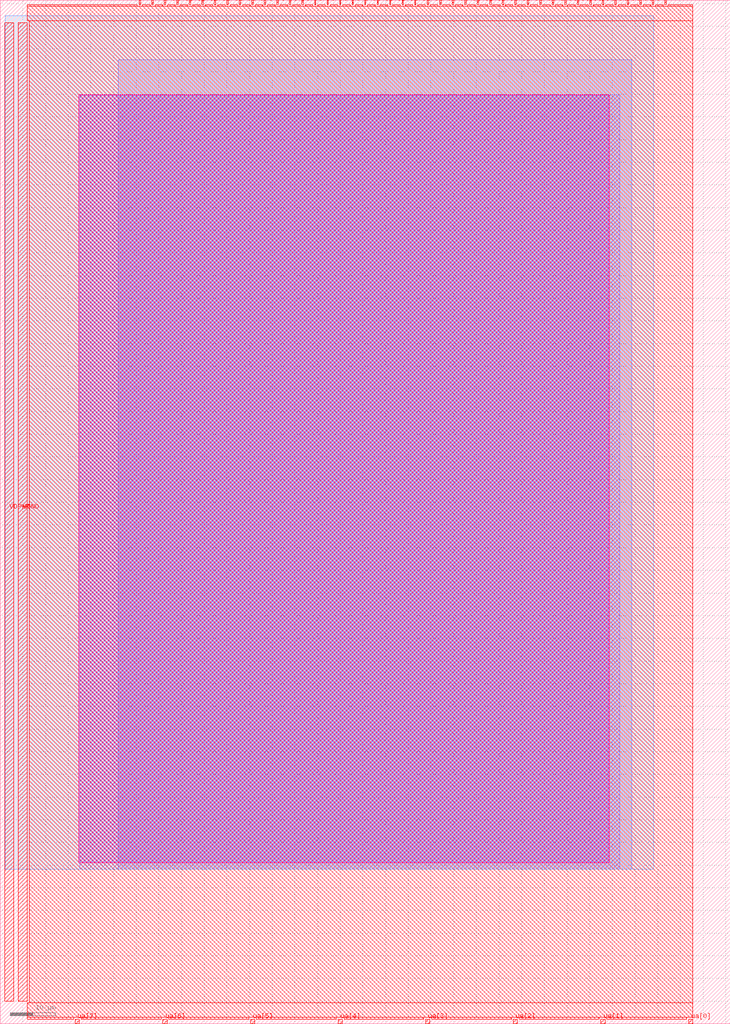
<source format=lef>
VERSION 5.7 ;
  NOWIREEXTENSIONATPIN ON ;
  DIVIDERCHAR "/" ;
  BUSBITCHARS "[]" ;
MACRO tt_um_eestevez3_SAR_ADC
  CLASS BLOCK ;
  FOREIGN tt_um_eestevez3_SAR_ADC ;
  ORIGIN 0.000 0.000 ;
  SIZE 161.000 BY 225.760 ;
  PIN clk
    DIRECTION INPUT ;
    USE SIGNAL ;
    ANTENNAGATEAREA 0.450000 ;
    PORT
      LAYER met4 ;
        RECT 143.830 224.760 144.130 225.760 ;
    END
  END clk
  PIN ena
    DIRECTION INPUT ;
    USE SIGNAL ;
    PORT
      LAYER met4 ;
        RECT 146.590 224.760 146.890 225.760 ;
    END
  END ena
  PIN rst_n
    DIRECTION INPUT ;
    USE SIGNAL ;
    ANTENNAGATEAREA 0.213000 ;
    PORT
      LAYER met4 ;
        RECT 141.070 224.760 141.370 225.760 ;
    END
  END rst_n
  PIN ua[0]
    DIRECTION INOUT ;
    USE SIGNAL ;
    ANTENNADIFFAREA 0.910000 ;
    PORT
      LAYER met4 ;
        RECT 151.810 0.000 152.710 1.000 ;
    END
  END ua[0]
  PIN ua[1]
    DIRECTION INOUT ;
    USE SIGNAL ;
    PORT
      LAYER met4 ;
        RECT 132.490 0.000 133.390 1.000 ;
    END
  END ua[1]
  PIN ua[2]
    DIRECTION INOUT ;
    USE SIGNAL ;
    PORT
      LAYER met4 ;
        RECT 113.170 0.000 114.070 1.000 ;
    END
  END ua[2]
  PIN ua[3]
    DIRECTION INOUT ;
    USE SIGNAL ;
    PORT
      LAYER met4 ;
        RECT 93.850 0.000 94.750 1.000 ;
    END
  END ua[3]
  PIN ua[4]
    DIRECTION INOUT ;
    USE SIGNAL ;
    PORT
      LAYER met4 ;
        RECT 74.530 0.000 75.430 1.000 ;
    END
  END ua[4]
  PIN ua[5]
    DIRECTION INOUT ;
    USE SIGNAL ;
    PORT
      LAYER met4 ;
        RECT 55.210 0.000 56.110 1.000 ;
    END
  END ua[5]
  PIN ua[6]
    DIRECTION INOUT ;
    USE SIGNAL ;
    PORT
      LAYER met4 ;
        RECT 35.890 0.000 36.790 1.000 ;
    END
  END ua[6]
  PIN ua[7]
    DIRECTION INOUT ;
    USE SIGNAL ;
    PORT
      LAYER met4 ;
        RECT 16.570 0.000 17.470 1.000 ;
    END
  END ua[7]
  PIN ui_in[0]
    DIRECTION INPUT ;
    USE SIGNAL ;
    ANTENNAGATEAREA 2.400000 ;
    PORT
      LAYER met4 ;
        RECT 138.310 224.760 138.610 225.760 ;
    END
  END ui_in[0]
  PIN ui_in[1]
    DIRECTION INPUT ;
    USE SIGNAL ;
    ANTENNAGATEAREA 0.450000 ;
    PORT
      LAYER met4 ;
        RECT 135.550 224.760 135.850 225.760 ;
    END
  END ui_in[1]
  PIN ui_in[2]
    DIRECTION INPUT ;
    USE SIGNAL ;
    PORT
      LAYER met4 ;
        RECT 132.790 224.760 133.090 225.760 ;
    END
  END ui_in[2]
  PIN ui_in[3]
    DIRECTION INPUT ;
    USE SIGNAL ;
    PORT
      LAYER met4 ;
        RECT 130.030 224.760 130.330 225.760 ;
    END
  END ui_in[3]
  PIN ui_in[4]
    DIRECTION INPUT ;
    USE SIGNAL ;
    PORT
      LAYER met4 ;
        RECT 127.270 224.760 127.570 225.760 ;
    END
  END ui_in[4]
  PIN ui_in[5]
    DIRECTION INPUT ;
    USE SIGNAL ;
    PORT
      LAYER met4 ;
        RECT 124.510 224.760 124.810 225.760 ;
    END
  END ui_in[5]
  PIN ui_in[6]
    DIRECTION INPUT ;
    USE SIGNAL ;
    PORT
      LAYER met4 ;
        RECT 121.750 224.760 122.050 225.760 ;
    END
  END ui_in[6]
  PIN ui_in[7]
    DIRECTION INPUT ;
    USE SIGNAL ;
    PORT
      LAYER met4 ;
        RECT 118.990 224.760 119.290 225.760 ;
    END
  END ui_in[7]
  PIN uio_in[0]
    DIRECTION INPUT ;
    USE SIGNAL ;
    PORT
      LAYER met4 ;
        RECT 116.230 224.760 116.530 225.760 ;
    END
  END uio_in[0]
  PIN uio_in[1]
    DIRECTION INPUT ;
    USE SIGNAL ;
    PORT
      LAYER met4 ;
        RECT 113.470 224.760 113.770 225.760 ;
    END
  END uio_in[1]
  PIN uio_in[2]
    DIRECTION INPUT ;
    USE SIGNAL ;
    PORT
      LAYER met4 ;
        RECT 110.710 224.760 111.010 225.760 ;
    END
  END uio_in[2]
  PIN uio_in[3]
    DIRECTION INPUT ;
    USE SIGNAL ;
    PORT
      LAYER met4 ;
        RECT 107.950 224.760 108.250 225.760 ;
    END
  END uio_in[3]
  PIN uio_in[4]
    DIRECTION INPUT ;
    USE SIGNAL ;
    PORT
      LAYER met4 ;
        RECT 105.190 224.760 105.490 225.760 ;
    END
  END uio_in[4]
  PIN uio_in[5]
    DIRECTION INPUT ;
    USE SIGNAL ;
    PORT
      LAYER met4 ;
        RECT 102.430 224.760 102.730 225.760 ;
    END
  END uio_in[5]
  PIN uio_in[6]
    DIRECTION INPUT ;
    USE SIGNAL ;
    PORT
      LAYER met4 ;
        RECT 99.670 224.760 99.970 225.760 ;
    END
  END uio_in[6]
  PIN uio_in[7]
    DIRECTION INPUT ;
    USE SIGNAL ;
    PORT
      LAYER met4 ;
        RECT 96.910 224.760 97.210 225.760 ;
    END
  END uio_in[7]
  PIN uio_oe[0]
    DIRECTION OUTPUT ;
    USE SIGNAL ;
    ANTENNAGATEAREA 1054.268555 ;
    ANTENNADIFFAREA 229.869949 ;
    PORT
      LAYER met4 ;
        RECT 49.990 224.760 50.290 225.760 ;
    END
  END uio_oe[0]
  PIN uio_oe[1]
    DIRECTION OUTPUT ;
    USE SIGNAL ;
    ANTENNAGATEAREA 1054.268555 ;
    ANTENNADIFFAREA 229.869949 ;
    PORT
      LAYER met4 ;
        RECT 47.230 224.760 47.530 225.760 ;
    END
  END uio_oe[1]
  PIN uio_oe[2]
    DIRECTION OUTPUT ;
    USE SIGNAL ;
    ANTENNAGATEAREA 1054.268555 ;
    ANTENNADIFFAREA 229.869949 ;
    PORT
      LAYER met4 ;
        RECT 44.470 224.760 44.770 225.760 ;
    END
  END uio_oe[2]
  PIN uio_oe[3]
    DIRECTION OUTPUT ;
    USE SIGNAL ;
    ANTENNAGATEAREA 1054.268555 ;
    ANTENNADIFFAREA 229.869949 ;
    PORT
      LAYER met4 ;
        RECT 41.710 224.760 42.010 225.760 ;
    END
  END uio_oe[3]
  PIN uio_oe[4]
    DIRECTION OUTPUT ;
    USE SIGNAL ;
    ANTENNAGATEAREA 1054.268555 ;
    ANTENNADIFFAREA 229.869949 ;
    PORT
      LAYER met4 ;
        RECT 38.950 224.760 39.250 225.760 ;
    END
  END uio_oe[4]
  PIN uio_oe[5]
    DIRECTION OUTPUT ;
    USE SIGNAL ;
    ANTENNAGATEAREA 1054.268555 ;
    ANTENNADIFFAREA 229.869949 ;
    PORT
      LAYER met4 ;
        RECT 36.190 224.760 36.490 225.760 ;
    END
  END uio_oe[5]
  PIN uio_oe[6]
    DIRECTION OUTPUT ;
    USE SIGNAL ;
    ANTENNAGATEAREA 1054.268555 ;
    ANTENNADIFFAREA 229.869949 ;
    PORT
      LAYER met4 ;
        RECT 33.430 224.760 33.730 225.760 ;
    END
  END uio_oe[6]
  PIN uio_oe[7]
    DIRECTION OUTPUT ;
    USE SIGNAL ;
    ANTENNAGATEAREA 1054.268555 ;
    ANTENNADIFFAREA 229.869949 ;
    PORT
      LAYER met4 ;
        RECT 30.670 224.760 30.970 225.760 ;
    END
  END uio_oe[7]
  PIN uio_out[0]
    DIRECTION OUTPUT ;
    USE SIGNAL ;
    ANTENNAGATEAREA 0.852000 ;
    PORT
      LAYER met4 ;
        RECT 72.070 224.760 72.370 225.760 ;
    END
  END uio_out[0]
  PIN uio_out[1]
    DIRECTION OUTPUT ;
    USE SIGNAL ;
    ANTENNAGATEAREA 0.126000 ;
    ANTENNADIFFAREA 0.891000 ;
    PORT
      LAYER met4 ;
        RECT 69.310 224.760 69.610 225.760 ;
    END
  END uio_out[1]
  PIN uio_out[2]
    DIRECTION OUTPUT ;
    USE SIGNAL ;
    ANTENNAGATEAREA 1054.268555 ;
    ANTENNADIFFAREA 229.869949 ;
    PORT
      LAYER met4 ;
        RECT 66.550 224.760 66.850 225.760 ;
    END
  END uio_out[2]
  PIN uio_out[3]
    DIRECTION OUTPUT ;
    USE SIGNAL ;
    ANTENNAGATEAREA 1054.268555 ;
    ANTENNADIFFAREA 229.869949 ;
    PORT
      LAYER met4 ;
        RECT 63.790 224.760 64.090 225.760 ;
    END
  END uio_out[3]
  PIN uio_out[4]
    DIRECTION OUTPUT ;
    USE SIGNAL ;
    ANTENNAGATEAREA 1054.268555 ;
    ANTENNADIFFAREA 229.869949 ;
    PORT
      LAYER met4 ;
        RECT 61.030 224.760 61.330 225.760 ;
    END
  END uio_out[4]
  PIN uio_out[5]
    DIRECTION OUTPUT ;
    USE SIGNAL ;
    ANTENNAGATEAREA 1054.268555 ;
    ANTENNADIFFAREA 229.869949 ;
    PORT
      LAYER met4 ;
        RECT 58.270 224.760 58.570 225.760 ;
    END
  END uio_out[5]
  PIN uio_out[6]
    DIRECTION OUTPUT ;
    USE SIGNAL ;
    ANTENNAGATEAREA 1054.268555 ;
    ANTENNADIFFAREA 229.869949 ;
    PORT
      LAYER met4 ;
        RECT 55.510 224.760 55.810 225.760 ;
    END
  END uio_out[6]
  PIN uio_out[7]
    DIRECTION OUTPUT ;
    USE SIGNAL ;
    ANTENNAGATEAREA 1054.268555 ;
    ANTENNADIFFAREA 229.869949 ;
    PORT
      LAYER met4 ;
        RECT 52.750 224.760 53.050 225.760 ;
    END
  END uio_out[7]
  PIN uo_out[0]
    DIRECTION OUTPUT ;
    USE SIGNAL ;
    ANTENNAGATEAREA 0.126000 ;
    ANTENNADIFFAREA 0.445500 ;
    PORT
      LAYER met4 ;
        RECT 94.150 224.760 94.450 225.760 ;
    END
  END uo_out[0]
  PIN uo_out[1]
    DIRECTION OUTPUT ;
    USE SIGNAL ;
    ANTENNAGATEAREA 0.126000 ;
    ANTENNADIFFAREA 0.445500 ;
    PORT
      LAYER met4 ;
        RECT 91.390 224.760 91.690 225.760 ;
    END
  END uo_out[1]
  PIN uo_out[2]
    DIRECTION OUTPUT ;
    USE SIGNAL ;
    ANTENNAGATEAREA 0.126000 ;
    ANTENNADIFFAREA 0.445500 ;
    PORT
      LAYER met4 ;
        RECT 88.630 224.760 88.930 225.760 ;
    END
  END uo_out[2]
  PIN uo_out[3]
    DIRECTION OUTPUT ;
    USE SIGNAL ;
    ANTENNAGATEAREA 0.126000 ;
    ANTENNADIFFAREA 0.445500 ;
    PORT
      LAYER met4 ;
        RECT 85.870 224.760 86.170 225.760 ;
    END
  END uo_out[3]
  PIN uo_out[4]
    DIRECTION OUTPUT ;
    USE SIGNAL ;
    ANTENNAGATEAREA 0.126000 ;
    ANTENNADIFFAREA 0.445500 ;
    PORT
      LAYER met4 ;
        RECT 83.110 224.760 83.410 225.760 ;
    END
  END uo_out[4]
  PIN uo_out[5]
    DIRECTION OUTPUT ;
    USE SIGNAL ;
    ANTENNAGATEAREA 0.126000 ;
    ANTENNADIFFAREA 0.445500 ;
    PORT
      LAYER met4 ;
        RECT 80.350 224.760 80.650 225.760 ;
    END
  END uo_out[5]
  PIN uo_out[6]
    DIRECTION OUTPUT ;
    USE SIGNAL ;
    ANTENNAGATEAREA 0.126000 ;
    ANTENNADIFFAREA 0.445500 ;
    PORT
      LAYER met4 ;
        RECT 77.590 224.760 77.890 225.760 ;
    END
  END uo_out[6]
  PIN uo_out[7]
    DIRECTION OUTPUT ;
    USE SIGNAL ;
    ANTENNAGATEAREA 0.126000 ;
    ANTENNADIFFAREA 0.445500 ;
    PORT
      LAYER met4 ;
        RECT 74.830 224.760 75.130 225.760 ;
    END
  END uo_out[7]
  PIN VDPWR
    DIRECTION INOUT ;
    USE POWER ;
    PORT
      LAYER met4 ;
        RECT 1.000 5.000 3.000 220.760 ;
    END
  END VDPWR
  PIN VGND
    DIRECTION INOUT ;
    USE GROUND ;
    PORT
      LAYER met4 ;
        RECT 4.000 5.000 6.000 220.760 ;
    END
  END VGND
  OBS
      LAYER nwell ;
        RECT 17.310 35.560 134.265 204.870 ;
      LAYER li1 ;
        RECT 17.500 35.740 134.085 204.765 ;
      LAYER met1 ;
        RECT 17.500 34.080 136.630 204.920 ;
      LAYER met2 ;
        RECT 25.985 34.050 139.305 212.600 ;
      LAYER met3 ;
        RECT 1.095 34.055 144.170 222.350 ;
      LAYER met4 ;
        RECT 6.000 224.360 30.270 224.760 ;
        RECT 31.370 224.360 33.030 224.760 ;
        RECT 34.130 224.360 35.790 224.760 ;
        RECT 36.890 224.360 38.550 224.760 ;
        RECT 39.650 224.360 41.310 224.760 ;
        RECT 42.410 224.360 44.070 224.760 ;
        RECT 45.170 224.360 46.830 224.760 ;
        RECT 47.930 224.360 49.590 224.760 ;
        RECT 50.690 224.360 52.350 224.760 ;
        RECT 53.450 224.360 55.110 224.760 ;
        RECT 56.210 224.360 57.870 224.760 ;
        RECT 58.970 224.360 60.630 224.760 ;
        RECT 61.730 224.360 63.390 224.760 ;
        RECT 64.490 224.360 66.150 224.760 ;
        RECT 67.250 224.360 68.910 224.760 ;
        RECT 70.010 224.360 71.670 224.760 ;
        RECT 72.770 224.360 74.430 224.760 ;
        RECT 75.530 224.360 77.190 224.760 ;
        RECT 78.290 224.360 79.950 224.760 ;
        RECT 81.050 224.360 82.710 224.760 ;
        RECT 83.810 224.360 85.470 224.760 ;
        RECT 86.570 224.360 88.230 224.760 ;
        RECT 89.330 224.360 90.990 224.760 ;
        RECT 92.090 224.360 93.750 224.760 ;
        RECT 94.850 224.360 96.510 224.760 ;
        RECT 97.610 224.360 99.270 224.760 ;
        RECT 100.370 224.360 102.030 224.760 ;
        RECT 103.130 224.360 104.790 224.760 ;
        RECT 105.890 224.360 107.550 224.760 ;
        RECT 108.650 224.360 110.310 224.760 ;
        RECT 111.410 224.360 113.070 224.760 ;
        RECT 114.170 224.360 115.830 224.760 ;
        RECT 116.930 224.360 118.590 224.760 ;
        RECT 119.690 224.360 121.350 224.760 ;
        RECT 122.450 224.360 124.110 224.760 ;
        RECT 125.210 224.360 126.870 224.760 ;
        RECT 127.970 224.360 129.630 224.760 ;
        RECT 130.730 224.360 132.390 224.760 ;
        RECT 133.490 224.360 135.150 224.760 ;
        RECT 136.250 224.360 137.910 224.760 ;
        RECT 139.010 224.360 140.670 224.760 ;
        RECT 141.770 224.360 143.430 224.760 ;
        RECT 144.530 224.360 146.190 224.760 ;
        RECT 147.290 224.360 152.710 224.760 ;
        RECT 6.000 221.160 152.710 224.360 ;
        RECT 6.400 4.600 152.710 221.160 ;
        RECT 6.000 1.400 152.710 4.600 ;
        RECT 6.000 1.000 16.170 1.400 ;
        RECT 17.870 1.000 35.490 1.400 ;
        RECT 37.190 1.000 54.810 1.400 ;
        RECT 56.510 1.000 74.130 1.400 ;
        RECT 75.830 1.000 93.450 1.400 ;
        RECT 95.150 1.000 112.770 1.400 ;
        RECT 114.470 1.000 132.090 1.400 ;
        RECT 133.790 1.000 151.410 1.400 ;
  END
END tt_um_eestevez3_SAR_ADC
END LIBRARY


</source>
